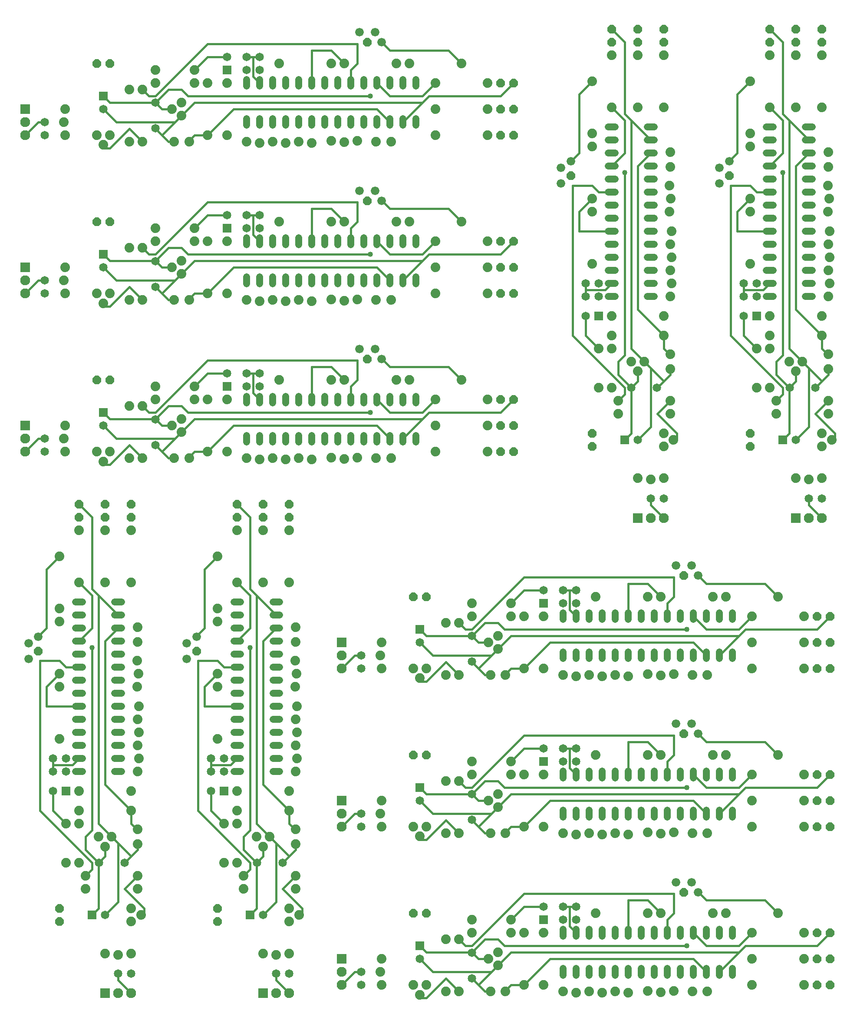
<source format=gbl>
G75*
G70*
%OFA0B0*%
%FSLAX25Y25*%
%IPPOS*%
%LPD*%
%AMOC8*
5,1,8,0,0,1.08239X$1,22.5*
%
%ADD163C,0.07400*%
%ADD194R,0.06500X0.06500*%
%ADD252C,0.07600*%
%ADD273C,0.01600*%
%ADD28OC8,0.06600*%
%ADD355R,0.07600X0.07600*%
%ADD45C,0.06600*%
%ADD566C,0.04000*%
%ADD639C,0.05200*%
%ADD75C,0.06500*%
X0020000Y0020000D02*
G75*
%LPD*%
D639*
X0107560Y0203750D02*
X0102360Y0203750D01*
X0102360Y0213750D02*
X0107560Y0213750D01*
X0107560Y0223750D02*
X0102360Y0223750D01*
X0102360Y0233750D02*
X0107560Y0233750D01*
X0107560Y0243750D02*
X0102360Y0243750D01*
X0102360Y0253750D02*
X0107560Y0253750D01*
X0107560Y0263750D02*
X0102360Y0263750D01*
X0102360Y0273750D02*
X0107560Y0273750D01*
X0107560Y0283750D02*
X0102360Y0283750D01*
X0102360Y0293750D02*
X0107560Y0293750D01*
X0107560Y0303750D02*
X0102360Y0303750D01*
X0102360Y0313750D02*
X0107560Y0313750D01*
X0107560Y0323750D02*
X0102360Y0323750D01*
X0102360Y0333750D02*
X0107560Y0333750D01*
X0077560Y0333750D02*
X0072360Y0333750D01*
X0072360Y0323750D02*
X0077560Y0323750D01*
X0077560Y0313750D02*
X0072360Y0313750D01*
X0072360Y0303750D02*
X0077560Y0303750D01*
X0077560Y0293750D02*
X0072360Y0293750D01*
X0072360Y0283750D02*
X0077560Y0283750D01*
X0077560Y0273750D02*
X0072360Y0273750D01*
X0072360Y0263750D02*
X0077560Y0263750D01*
X0077560Y0253750D02*
X0072360Y0253750D01*
X0072360Y0243750D02*
X0077560Y0243750D01*
X0077560Y0233750D02*
X0072360Y0233750D01*
X0072360Y0223750D02*
X0077560Y0223750D01*
X0077560Y0213750D02*
X0072360Y0213750D01*
X0072360Y0203750D02*
X0077560Y0203750D01*
D163*
X0074960Y0188750D03*
X0074960Y0173750D03*
X0074960Y0163750D03*
X0064960Y0163750D03*
X0064960Y0133750D03*
X0074960Y0133750D03*
X0079960Y0123750D03*
X0079960Y0113750D03*
X0089960Y0153750D03*
X0094960Y0146250D03*
X0099960Y0153750D03*
X0114960Y0173750D03*
X0114960Y0188750D03*
X0119960Y0203750D03*
X0120960Y0213750D03*
X0119960Y0223750D03*
X0120960Y0233750D03*
X0119960Y0243750D03*
X0120960Y0253750D03*
X0119460Y0268750D03*
X0120460Y0278750D03*
X0119460Y0288750D03*
X0119960Y0303050D03*
X0119960Y0314450D03*
X0114960Y0348750D03*
X0114960Y0388750D03*
X0094960Y0388750D03*
X0094960Y0348750D03*
X0074960Y0348750D03*
X0074960Y0388750D03*
X0059960Y0368750D03*
X0059960Y0328750D03*
X0059960Y0318750D03*
X0059960Y0278750D03*
X0059960Y0268750D03*
X0059960Y0228750D03*
X0094960Y0064250D03*
X0104960Y0063250D03*
X0114960Y0064250D03*
X0114960Y0088750D03*
X0114960Y0098750D03*
X0119960Y0113750D03*
X0119960Y0123750D03*
X0119960Y0148050D03*
X0119960Y0159450D03*
X0122460Y0093750D03*
D75*
X0109810Y0133750D03*
X0094960Y0093750D03*
X0090120Y0133750D03*
X0104960Y0048750D03*
X0114960Y0048750D03*
X0064960Y0203750D03*
X0064960Y0213750D03*
X0054960Y0213750D03*
X0054960Y0203750D03*
X0054960Y0188750D03*
D194*
X0064960Y0188750D03*
X0084960Y0093750D03*
D355*
X0094960Y0033750D03*
D252*
X0114960Y0033750D03*
X0104960Y0033750D03*
D28*
X0059960Y0088750D03*
X0059960Y0098750D03*
X0043780Y0296250D03*
X0074960Y0398750D03*
X0074960Y0408750D03*
X0094960Y0408750D03*
X0094960Y0398750D03*
X0114960Y0398750D03*
X0114960Y0408750D03*
D45*
X0043780Y0307250D03*
X0036150Y0302250D03*
X0036150Y0290250D03*
D273*
X0043780Y0307250D02*
X0044960Y0308750D01*
X0049960Y0313750D01*
X0049960Y0358750D01*
X0059960Y0368750D01*
X0074960Y0348750D02*
X0084960Y0338750D01*
X0084960Y0313750D01*
X0074960Y0303750D01*
X0074960Y0283750D02*
X0064960Y0283750D01*
X0059960Y0288750D01*
X0044960Y0288750D01*
X0044960Y0173750D01*
X0084960Y0133750D01*
X0084960Y0128750D01*
X0079960Y0123750D01*
X0089960Y0133750D02*
X0079960Y0143750D01*
X0079960Y0153750D01*
X0084960Y0158750D01*
X0084960Y0298750D01*
X0094960Y0303750D02*
X0094960Y0193750D01*
X0114960Y0173750D01*
X0114960Y0163750D01*
X0119960Y0158750D01*
X0119960Y0159450D01*
X0119960Y0148750D02*
X0119960Y0148050D01*
X0119960Y0143750D01*
X0114960Y0138750D01*
X0104960Y0148750D01*
X0104960Y0103750D01*
X0094960Y0093750D01*
X0089960Y0098750D02*
X0089960Y0133750D01*
X0090120Y0133750D01*
X0089960Y0133750D02*
X0094960Y0138750D01*
X0094960Y0146250D01*
X0099960Y0153750D02*
X0089960Y0163750D01*
X0089960Y0338750D01*
X0104960Y0323750D01*
X0104960Y0313750D02*
X0094960Y0303750D01*
X0089960Y0338750D02*
X0084960Y0343750D01*
X0084960Y0398750D01*
X0074960Y0408750D01*
X0059960Y0278750D02*
X0049960Y0268750D01*
X0049960Y0253750D01*
X0074960Y0253750D01*
X0074960Y0213750D02*
X0069960Y0208750D01*
X0054960Y0208750D01*
X0054960Y0213750D01*
X0054960Y0208750D02*
X0054960Y0203750D01*
X0054960Y0188750D02*
X0054960Y0173750D01*
X0064960Y0163750D01*
X0089960Y0098750D02*
X0084960Y0093750D01*
X0104960Y0148750D02*
X0099960Y0153750D01*
X0114960Y0138750D02*
X0109960Y0133750D01*
X0109810Y0133750D01*
X0119960Y0123750D02*
X0109960Y0113750D01*
X0124960Y0098750D01*
X0124960Y0093750D01*
X0122460Y0093750D01*
X0104960Y0048750D02*
X0104960Y0043750D01*
X0114960Y0033750D01*
D566*
X0084960Y0298750D03*
X0020000Y0428950D02*
G75*
%LPD*%
D639*
X0203750Y0456350D02*
X0203750Y0461550D01*
X0213750Y0461550D02*
X0213750Y0456350D01*
X0223750Y0456350D02*
X0223750Y0461550D01*
X0233750Y0461550D02*
X0233750Y0456350D01*
X0243750Y0456350D02*
X0243750Y0461550D01*
X0253750Y0461550D02*
X0253750Y0456350D01*
X0263750Y0456350D02*
X0263750Y0461550D01*
X0273750Y0461550D02*
X0273750Y0456350D01*
X0283750Y0456350D02*
X0283750Y0461550D01*
X0293750Y0461550D02*
X0293750Y0456350D01*
X0303750Y0456350D02*
X0303750Y0461550D01*
X0313750Y0461550D02*
X0313750Y0456350D01*
X0323750Y0456350D02*
X0323750Y0461550D01*
X0333750Y0461550D02*
X0333750Y0456350D01*
X0333750Y0486350D02*
X0333750Y0491550D01*
X0323750Y0491550D02*
X0323750Y0486350D01*
X0313750Y0486350D02*
X0313750Y0491550D01*
X0303750Y0491550D02*
X0303750Y0486350D01*
X0293750Y0486350D02*
X0293750Y0491550D01*
X0283750Y0491550D02*
X0283750Y0486350D01*
X0273750Y0486350D02*
X0273750Y0491550D01*
X0263750Y0491550D02*
X0263750Y0486350D01*
X0253750Y0486350D02*
X0253750Y0491550D01*
X0243750Y0491550D02*
X0243750Y0486350D01*
X0233750Y0486350D02*
X0233750Y0491550D01*
X0223750Y0491550D02*
X0223750Y0486350D01*
X0213750Y0486350D02*
X0213750Y0491550D01*
X0203750Y0491550D02*
X0203750Y0486350D01*
D163*
X0188750Y0488950D03*
X0173750Y0488950D03*
X0163750Y0488950D03*
X0163750Y0498950D03*
X0133750Y0498950D03*
X0133750Y0488950D03*
X0123750Y0483950D03*
X0113750Y0483950D03*
X0153750Y0473950D03*
X0146250Y0468950D03*
X0153750Y0463950D03*
X0173750Y0448950D03*
X0188750Y0448950D03*
X0203750Y0443950D03*
X0213750Y0442950D03*
X0223750Y0443950D03*
X0233750Y0442950D03*
X0243750Y0443950D03*
X0253750Y0442950D03*
X0268750Y0444450D03*
X0278750Y0443450D03*
X0288750Y0444450D03*
X0303050Y0443950D03*
X0314450Y0443950D03*
X0348750Y0448950D03*
X0388750Y0448950D03*
X0388750Y0468950D03*
X0348750Y0468950D03*
X0348750Y0488950D03*
X0388750Y0488950D03*
X0368750Y0503950D03*
X0328750Y0503950D03*
X0318750Y0503950D03*
X0278750Y0503950D03*
X0268750Y0503950D03*
X0228750Y0503950D03*
X0064250Y0468950D03*
X0063250Y0458950D03*
X0064250Y0448950D03*
X0088750Y0448950D03*
X0098750Y0448950D03*
X0113750Y0443950D03*
X0123750Y0443950D03*
X0148050Y0443950D03*
X0159450Y0443950D03*
X0093750Y0441450D03*
D75*
X0133750Y0454100D03*
X0093750Y0468950D03*
X0133750Y0473790D03*
X0048750Y0458950D03*
X0048750Y0448950D03*
X0203750Y0498950D03*
X0213750Y0498950D03*
X0213750Y0508950D03*
X0203750Y0508950D03*
X0188750Y0508950D03*
D194*
X0188750Y0498950D03*
X0093750Y0478950D03*
D355*
X0033750Y0468950D03*
D252*
X0033750Y0448950D03*
X0033750Y0458950D03*
D28*
X0088750Y0503950D03*
X0098750Y0503950D03*
X0296250Y0520130D03*
X0398750Y0488950D03*
X0408750Y0488950D03*
X0408750Y0468950D03*
X0398750Y0468950D03*
X0398750Y0448950D03*
X0408750Y0448950D03*
D45*
X0307250Y0520130D03*
X0302250Y0527760D03*
X0290250Y0527760D03*
D273*
X0307250Y0520130D02*
X0308750Y0518950D01*
X0313750Y0513950D01*
X0358750Y0513950D01*
X0368750Y0503950D01*
X0348750Y0488950D02*
X0338750Y0478950D01*
X0313750Y0478950D01*
X0303750Y0488950D01*
X0283750Y0488950D02*
X0283750Y0498950D01*
X0288750Y0503950D01*
X0288750Y0518950D01*
X0173750Y0518950D01*
X0133750Y0478950D01*
X0128750Y0478950D01*
X0123750Y0483950D01*
X0133750Y0473950D02*
X0143750Y0483950D01*
X0153750Y0483950D01*
X0158750Y0478950D01*
X0298750Y0478950D01*
X0303750Y0468950D02*
X0193750Y0468950D01*
X0173750Y0448950D01*
X0163750Y0448950D01*
X0158750Y0443950D01*
X0159450Y0443950D01*
X0148750Y0443950D02*
X0148050Y0443950D01*
X0143750Y0443950D01*
X0138750Y0448950D01*
X0148750Y0458950D01*
X0103750Y0458950D01*
X0093750Y0468950D01*
X0098750Y0473950D02*
X0133750Y0473950D01*
X0133750Y0473790D01*
X0133750Y0473950D02*
X0138750Y0468950D01*
X0146250Y0468950D01*
X0153750Y0463950D02*
X0163750Y0473950D01*
X0338750Y0473950D01*
X0323750Y0458950D01*
X0313750Y0458950D02*
X0303750Y0468950D01*
X0338750Y0473950D02*
X0343750Y0478950D01*
X0398750Y0478950D01*
X0408750Y0488950D01*
X0278750Y0503950D02*
X0268750Y0513950D01*
X0253750Y0513950D01*
X0253750Y0488950D01*
X0213750Y0488950D02*
X0208750Y0493950D01*
X0208750Y0508950D01*
X0213750Y0508950D01*
X0208750Y0508950D02*
X0203750Y0508950D01*
X0188750Y0508950D02*
X0173750Y0508950D01*
X0163750Y0498950D01*
X0098750Y0473950D02*
X0093750Y0478950D01*
X0148750Y0458950D02*
X0153750Y0463950D01*
X0138750Y0448950D02*
X0133750Y0453950D01*
X0133750Y0454100D01*
X0123750Y0443950D02*
X0113750Y0453950D01*
X0098750Y0438950D01*
X0093750Y0438950D01*
X0093750Y0441450D01*
X0048750Y0458950D02*
X0043750Y0458950D01*
X0033750Y0448950D01*
D566*
X0298750Y0478950D03*
X0141460Y0020000D02*
G75*
%LPD*%
D639*
X0229020Y0203750D02*
X0223820Y0203750D01*
X0223820Y0213750D02*
X0229020Y0213750D01*
X0229020Y0223750D02*
X0223820Y0223750D01*
X0223820Y0233750D02*
X0229020Y0233750D01*
X0229020Y0243750D02*
X0223820Y0243750D01*
X0223820Y0253750D02*
X0229020Y0253750D01*
X0229020Y0263750D02*
X0223820Y0263750D01*
X0223820Y0273750D02*
X0229020Y0273750D01*
X0229020Y0283750D02*
X0223820Y0283750D01*
X0223820Y0293750D02*
X0229020Y0293750D01*
X0229020Y0303750D02*
X0223820Y0303750D01*
X0223820Y0313750D02*
X0229020Y0313750D01*
X0229020Y0323750D02*
X0223820Y0323750D01*
X0223820Y0333750D02*
X0229020Y0333750D01*
X0199020Y0333750D02*
X0193820Y0333750D01*
X0193820Y0323750D02*
X0199020Y0323750D01*
X0199020Y0313750D02*
X0193820Y0313750D01*
X0193820Y0303750D02*
X0199020Y0303750D01*
X0199020Y0293750D02*
X0193820Y0293750D01*
X0193820Y0283750D02*
X0199020Y0283750D01*
X0199020Y0273750D02*
X0193820Y0273750D01*
X0193820Y0263750D02*
X0199020Y0263750D01*
X0199020Y0253750D02*
X0193820Y0253750D01*
X0193820Y0243750D02*
X0199020Y0243750D01*
X0199020Y0233750D02*
X0193820Y0233750D01*
X0193820Y0223750D02*
X0199020Y0223750D01*
X0199020Y0213750D02*
X0193820Y0213750D01*
X0193820Y0203750D02*
X0199020Y0203750D01*
D163*
X0196420Y0188750D03*
X0196420Y0173750D03*
X0196420Y0163750D03*
X0186420Y0163750D03*
X0186420Y0133750D03*
X0196420Y0133750D03*
X0201420Y0123750D03*
X0201420Y0113750D03*
X0211420Y0153750D03*
X0216420Y0146250D03*
X0221420Y0153750D03*
X0236420Y0173750D03*
X0236420Y0188750D03*
X0241420Y0203750D03*
X0242420Y0213750D03*
X0241420Y0223750D03*
X0242420Y0233750D03*
X0241420Y0243750D03*
X0242420Y0253750D03*
X0240920Y0268750D03*
X0241920Y0278750D03*
X0240920Y0288750D03*
X0241420Y0303050D03*
X0241420Y0314450D03*
X0236420Y0348750D03*
X0236420Y0388750D03*
X0216420Y0388750D03*
X0216420Y0348750D03*
X0196420Y0348750D03*
X0196420Y0388750D03*
X0181420Y0368750D03*
X0181420Y0328750D03*
X0181420Y0318750D03*
X0181420Y0278750D03*
X0181420Y0268750D03*
X0181420Y0228750D03*
X0216420Y0064250D03*
X0226420Y0063250D03*
X0236420Y0064250D03*
X0236420Y0088750D03*
X0236420Y0098750D03*
X0241420Y0113750D03*
X0241420Y0123750D03*
X0241420Y0148050D03*
X0241420Y0159450D03*
X0243920Y0093750D03*
D75*
X0231270Y0133750D03*
X0216420Y0093750D03*
X0211580Y0133750D03*
X0226420Y0048750D03*
X0236420Y0048750D03*
X0186420Y0203750D03*
X0186420Y0213750D03*
X0176420Y0213750D03*
X0176420Y0203750D03*
X0176420Y0188750D03*
D194*
X0186420Y0188750D03*
X0206420Y0093750D03*
D355*
X0216420Y0033750D03*
D252*
X0236420Y0033750D03*
X0226420Y0033750D03*
D28*
X0181420Y0088750D03*
X0181420Y0098750D03*
X0165240Y0296250D03*
X0196420Y0398750D03*
X0196420Y0408750D03*
X0216420Y0408750D03*
X0216420Y0398750D03*
X0236420Y0398750D03*
X0236420Y0408750D03*
D45*
X0165240Y0307250D03*
X0157610Y0302250D03*
X0157610Y0290250D03*
D273*
X0165240Y0307250D02*
X0166420Y0308750D01*
X0171420Y0313750D01*
X0171420Y0358750D01*
X0181420Y0368750D01*
X0196420Y0348750D02*
X0206420Y0338750D01*
X0206420Y0313750D01*
X0196420Y0303750D01*
X0196420Y0283750D02*
X0186420Y0283750D01*
X0181420Y0288750D01*
X0166420Y0288750D01*
X0166420Y0173750D01*
X0206420Y0133750D01*
X0206420Y0128750D01*
X0201420Y0123750D01*
X0211420Y0133750D02*
X0201420Y0143750D01*
X0201420Y0153750D01*
X0206420Y0158750D01*
X0206420Y0298750D01*
X0216420Y0303750D02*
X0216420Y0193750D01*
X0236420Y0173750D01*
X0236420Y0163750D01*
X0241420Y0158750D01*
X0241420Y0159450D01*
X0241420Y0148750D02*
X0241420Y0148050D01*
X0241420Y0143750D01*
X0236420Y0138750D01*
X0226420Y0148750D01*
X0226420Y0103750D01*
X0216420Y0093750D01*
X0211420Y0098750D02*
X0211420Y0133750D01*
X0211580Y0133750D01*
X0211420Y0133750D02*
X0216420Y0138750D01*
X0216420Y0146250D01*
X0221420Y0153750D02*
X0211420Y0163750D01*
X0211420Y0338750D01*
X0226420Y0323750D01*
X0226420Y0313750D02*
X0216420Y0303750D01*
X0211420Y0338750D02*
X0206420Y0343750D01*
X0206420Y0398750D01*
X0196420Y0408750D01*
X0181420Y0278750D02*
X0171420Y0268750D01*
X0171420Y0253750D01*
X0196420Y0253750D01*
X0196420Y0213750D02*
X0191420Y0208750D01*
X0176420Y0208750D01*
X0176420Y0213750D01*
X0176420Y0208750D02*
X0176420Y0203750D01*
X0176420Y0188750D02*
X0176420Y0173750D01*
X0186420Y0163750D01*
X0211420Y0098750D02*
X0206420Y0093750D01*
X0226420Y0148750D02*
X0221420Y0153750D01*
X0236420Y0138750D02*
X0231420Y0133750D01*
X0231270Y0133750D01*
X0241420Y0123750D02*
X0231420Y0113750D01*
X0246420Y0098750D01*
X0246420Y0093750D01*
X0243920Y0093750D01*
X0226420Y0048750D02*
X0226420Y0043750D01*
X0236420Y0033750D01*
D566*
X0206420Y0298750D03*
X0020000Y0550410D02*
G75*
%LPD*%
D639*
X0203750Y0577810D02*
X0203750Y0583010D01*
X0213750Y0583010D02*
X0213750Y0577810D01*
X0223750Y0577810D02*
X0223750Y0583010D01*
X0233750Y0583010D02*
X0233750Y0577810D01*
X0243750Y0577810D02*
X0243750Y0583010D01*
X0253750Y0583010D02*
X0253750Y0577810D01*
X0263750Y0577810D02*
X0263750Y0583010D01*
X0273750Y0583010D02*
X0273750Y0577810D01*
X0283750Y0577810D02*
X0283750Y0583010D01*
X0293750Y0583010D02*
X0293750Y0577810D01*
X0303750Y0577810D02*
X0303750Y0583010D01*
X0313750Y0583010D02*
X0313750Y0577810D01*
X0323750Y0577810D02*
X0323750Y0583010D01*
X0333750Y0583010D02*
X0333750Y0577810D01*
X0333750Y0607810D02*
X0333750Y0613010D01*
X0323750Y0613010D02*
X0323750Y0607810D01*
X0313750Y0607810D02*
X0313750Y0613010D01*
X0303750Y0613010D02*
X0303750Y0607810D01*
X0293750Y0607810D02*
X0293750Y0613010D01*
X0283750Y0613010D02*
X0283750Y0607810D01*
X0273750Y0607810D02*
X0273750Y0613010D01*
X0263750Y0613010D02*
X0263750Y0607810D01*
X0253750Y0607810D02*
X0253750Y0613010D01*
X0243750Y0613010D02*
X0243750Y0607810D01*
X0233750Y0607810D02*
X0233750Y0613010D01*
X0223750Y0613010D02*
X0223750Y0607810D01*
X0213750Y0607810D02*
X0213750Y0613010D01*
X0203750Y0613010D02*
X0203750Y0607810D01*
D163*
X0188750Y0610410D03*
X0173750Y0610410D03*
X0163750Y0610410D03*
X0163750Y0620410D03*
X0133750Y0620410D03*
X0133750Y0610410D03*
X0123750Y0605410D03*
X0113750Y0605410D03*
X0153750Y0595410D03*
X0146250Y0590410D03*
X0153750Y0585410D03*
X0173750Y0570410D03*
X0188750Y0570410D03*
X0203750Y0565410D03*
X0213750Y0564410D03*
X0223750Y0565410D03*
X0233750Y0564410D03*
X0243750Y0565410D03*
X0253750Y0564410D03*
X0268750Y0565910D03*
X0278750Y0564910D03*
X0288750Y0565910D03*
X0303050Y0565410D03*
X0314450Y0565410D03*
X0348750Y0570410D03*
X0388750Y0570410D03*
X0388750Y0590410D03*
X0348750Y0590410D03*
X0348750Y0610410D03*
X0388750Y0610410D03*
X0368750Y0625410D03*
X0328750Y0625410D03*
X0318750Y0625410D03*
X0278750Y0625410D03*
X0268750Y0625410D03*
X0228750Y0625410D03*
X0064250Y0590410D03*
X0063250Y0580410D03*
X0064250Y0570410D03*
X0088750Y0570410D03*
X0098750Y0570410D03*
X0113750Y0565410D03*
X0123750Y0565410D03*
X0148050Y0565410D03*
X0159450Y0565410D03*
X0093750Y0562910D03*
D75*
X0133750Y0575560D03*
X0093750Y0590410D03*
X0133750Y0595250D03*
X0048750Y0580410D03*
X0048750Y0570410D03*
X0203750Y0620410D03*
X0213750Y0620410D03*
X0213750Y0630410D03*
X0203750Y0630410D03*
X0188750Y0630410D03*
D194*
X0188750Y0620410D03*
X0093750Y0600410D03*
D355*
X0033750Y0590410D03*
D252*
X0033750Y0570410D03*
X0033750Y0580410D03*
D28*
X0088750Y0625410D03*
X0098750Y0625410D03*
X0296250Y0641590D03*
X0398750Y0610410D03*
X0408750Y0610410D03*
X0408750Y0590410D03*
X0398750Y0590410D03*
X0398750Y0570410D03*
X0408750Y0570410D03*
D45*
X0307250Y0641590D03*
X0302250Y0649220D03*
X0290250Y0649220D03*
D273*
X0307250Y0641590D02*
X0308750Y0640410D01*
X0313750Y0635410D01*
X0358750Y0635410D01*
X0368750Y0625410D01*
X0348750Y0610410D02*
X0338750Y0600410D01*
X0313750Y0600410D01*
X0303750Y0610410D01*
X0283750Y0610410D02*
X0283750Y0620410D01*
X0288750Y0625410D01*
X0288750Y0640410D01*
X0173750Y0640410D01*
X0133750Y0600410D01*
X0128750Y0600410D01*
X0123750Y0605410D01*
X0133750Y0595410D02*
X0143750Y0605410D01*
X0153750Y0605410D01*
X0158750Y0600410D01*
X0298750Y0600410D01*
X0303750Y0590410D02*
X0193750Y0590410D01*
X0173750Y0570410D01*
X0163750Y0570410D01*
X0158750Y0565410D01*
X0159450Y0565410D01*
X0148750Y0565410D02*
X0148050Y0565410D01*
X0143750Y0565410D01*
X0138750Y0570410D01*
X0148750Y0580410D01*
X0103750Y0580410D01*
X0093750Y0590410D01*
X0098750Y0595410D02*
X0133750Y0595410D01*
X0133750Y0595250D01*
X0133750Y0595410D02*
X0138750Y0590410D01*
X0146250Y0590410D01*
X0153750Y0585410D02*
X0163750Y0595410D01*
X0338750Y0595410D01*
X0323750Y0580410D01*
X0313750Y0580410D02*
X0303750Y0590410D01*
X0338750Y0595410D02*
X0343750Y0600410D01*
X0398750Y0600410D01*
X0408750Y0610410D01*
X0278750Y0625410D02*
X0268750Y0635410D01*
X0253750Y0635410D01*
X0253750Y0610410D01*
X0213750Y0610410D02*
X0208750Y0615410D01*
X0208750Y0630410D01*
X0213750Y0630410D01*
X0208750Y0630410D02*
X0203750Y0630410D01*
X0188750Y0630410D02*
X0173750Y0630410D01*
X0163750Y0620410D01*
X0098750Y0595410D02*
X0093750Y0600410D01*
X0148750Y0580410D02*
X0153750Y0585410D01*
X0138750Y0570410D02*
X0133750Y0575410D01*
X0133750Y0575560D01*
X0123750Y0565410D02*
X0113750Y0575410D01*
X0098750Y0560410D01*
X0093750Y0560410D01*
X0093750Y0562910D01*
X0048750Y0580410D02*
X0043750Y0580410D01*
X0033750Y0570410D01*
D566*
X0298750Y0600410D03*
X0262920Y0020000D02*
G75*
%LPD*%
D639*
X0446670Y0047400D02*
X0446670Y0052600D01*
X0456670Y0052600D02*
X0456670Y0047400D01*
X0466670Y0047400D02*
X0466670Y0052600D01*
X0476670Y0052600D02*
X0476670Y0047400D01*
X0486670Y0047400D02*
X0486670Y0052600D01*
X0496670Y0052600D02*
X0496670Y0047400D01*
X0506670Y0047400D02*
X0506670Y0052600D01*
X0516670Y0052600D02*
X0516670Y0047400D01*
X0526670Y0047400D02*
X0526670Y0052600D01*
X0536670Y0052600D02*
X0536670Y0047400D01*
X0546670Y0047400D02*
X0546670Y0052600D01*
X0556670Y0052600D02*
X0556670Y0047400D01*
X0566670Y0047400D02*
X0566670Y0052600D01*
X0576670Y0052600D02*
X0576670Y0047400D01*
X0576670Y0077400D02*
X0576670Y0082600D01*
X0566670Y0082600D02*
X0566670Y0077400D01*
X0556670Y0077400D02*
X0556670Y0082600D01*
X0546670Y0082600D02*
X0546670Y0077400D01*
X0536670Y0077400D02*
X0536670Y0082600D01*
X0526670Y0082600D02*
X0526670Y0077400D01*
X0516670Y0077400D02*
X0516670Y0082600D01*
X0506670Y0082600D02*
X0506670Y0077400D01*
X0496670Y0077400D02*
X0496670Y0082600D01*
X0486670Y0082600D02*
X0486670Y0077400D01*
X0476670Y0077400D02*
X0476670Y0082600D01*
X0466670Y0082600D02*
X0466670Y0077400D01*
X0456670Y0077400D02*
X0456670Y0082600D01*
X0446670Y0082600D02*
X0446670Y0077400D01*
D163*
X0431670Y0080000D03*
X0416670Y0080000D03*
X0406670Y0080000D03*
X0406670Y0090000D03*
X0376670Y0090000D03*
X0376670Y0080000D03*
X0366670Y0075000D03*
X0356670Y0075000D03*
X0396670Y0065000D03*
X0389170Y0060000D03*
X0396670Y0055000D03*
X0416670Y0040000D03*
X0431670Y0040000D03*
X0446670Y0035000D03*
X0456670Y0034000D03*
X0466670Y0035000D03*
X0476670Y0034000D03*
X0486670Y0035000D03*
X0496670Y0034000D03*
X0511670Y0035500D03*
X0521670Y0034500D03*
X0531670Y0035500D03*
X0545970Y0035000D03*
X0557370Y0035000D03*
X0591670Y0040000D03*
X0631670Y0040000D03*
X0631670Y0060000D03*
X0591670Y0060000D03*
X0591670Y0080000D03*
X0631670Y0080000D03*
X0611670Y0095000D03*
X0571670Y0095000D03*
X0561670Y0095000D03*
X0521670Y0095000D03*
X0511670Y0095000D03*
X0471670Y0095000D03*
X0307170Y0060000D03*
X0306170Y0050000D03*
X0307170Y0040000D03*
X0331670Y0040000D03*
X0341670Y0040000D03*
X0356670Y0035000D03*
X0366670Y0035000D03*
X0390970Y0035000D03*
X0402370Y0035000D03*
X0336670Y0032500D03*
D75*
X0376670Y0045150D03*
X0336670Y0060000D03*
X0376670Y0064840D03*
X0291670Y0050000D03*
X0291670Y0040000D03*
X0446670Y0090000D03*
X0456670Y0090000D03*
X0456670Y0100000D03*
X0446670Y0100000D03*
X0431670Y0100000D03*
D194*
X0431670Y0090000D03*
X0336670Y0070000D03*
D355*
X0276670Y0060000D03*
D252*
X0276670Y0040000D03*
X0276670Y0050000D03*
D28*
X0331670Y0095000D03*
X0341670Y0095000D03*
X0539170Y0111180D03*
X0641670Y0080000D03*
X0651670Y0080000D03*
X0651670Y0060000D03*
X0641670Y0060000D03*
X0641670Y0040000D03*
X0651670Y0040000D03*
D45*
X0550170Y0111180D03*
X0545170Y0118810D03*
X0533170Y0118810D03*
D273*
X0550170Y0111180D02*
X0551670Y0110000D01*
X0556670Y0105000D01*
X0601670Y0105000D01*
X0611670Y0095000D01*
X0591670Y0080000D02*
X0581670Y0070000D01*
X0556670Y0070000D01*
X0546670Y0080000D01*
X0526670Y0080000D02*
X0526670Y0090000D01*
X0531670Y0095000D01*
X0531670Y0110000D01*
X0416670Y0110000D01*
X0376670Y0070000D01*
X0371670Y0070000D01*
X0366670Y0075000D01*
X0376670Y0065000D02*
X0386670Y0075000D01*
X0396670Y0075000D01*
X0401670Y0070000D01*
X0541670Y0070000D01*
X0546670Y0060000D02*
X0436670Y0060000D01*
X0416670Y0040000D01*
X0406670Y0040000D01*
X0401670Y0035000D01*
X0402370Y0035000D01*
X0391670Y0035000D02*
X0390970Y0035000D01*
X0386670Y0035000D01*
X0381670Y0040000D01*
X0391670Y0050000D01*
X0346670Y0050000D01*
X0336670Y0060000D01*
X0341670Y0065000D02*
X0376670Y0065000D01*
X0376670Y0064840D01*
X0376670Y0065000D02*
X0381670Y0060000D01*
X0389170Y0060000D01*
X0396670Y0055000D02*
X0406670Y0065000D01*
X0581670Y0065000D01*
X0566670Y0050000D01*
X0556670Y0050000D02*
X0546670Y0060000D01*
X0581670Y0065000D02*
X0586670Y0070000D01*
X0641670Y0070000D01*
X0651670Y0080000D01*
X0521670Y0095000D02*
X0511670Y0105000D01*
X0496670Y0105000D01*
X0496670Y0080000D01*
X0456670Y0080000D02*
X0451670Y0085000D01*
X0451670Y0100000D01*
X0456670Y0100000D01*
X0451670Y0100000D02*
X0446670Y0100000D01*
X0431670Y0100000D02*
X0416670Y0100000D01*
X0406670Y0090000D01*
X0341670Y0065000D02*
X0336670Y0070000D01*
X0391670Y0050000D02*
X0396670Y0055000D01*
X0381670Y0040000D02*
X0376670Y0045000D01*
X0376670Y0045150D01*
X0366670Y0035000D02*
X0356670Y0045000D01*
X0341670Y0030000D01*
X0336670Y0030000D01*
X0336670Y0032500D01*
X0291670Y0050000D02*
X0286670Y0050000D01*
X0276670Y0040000D01*
D566*
X0541670Y0070000D03*
X0262920Y0141460D02*
G75*
%LPD*%
D639*
X0446670Y0168860D02*
X0446670Y0174060D01*
X0456670Y0174060D02*
X0456670Y0168860D01*
X0466670Y0168860D02*
X0466670Y0174060D01*
X0476670Y0174060D02*
X0476670Y0168860D01*
X0486670Y0168860D02*
X0486670Y0174060D01*
X0496670Y0174060D02*
X0496670Y0168860D01*
X0506670Y0168860D02*
X0506670Y0174060D01*
X0516670Y0174060D02*
X0516670Y0168860D01*
X0526670Y0168860D02*
X0526670Y0174060D01*
X0536670Y0174060D02*
X0536670Y0168860D01*
X0546670Y0168860D02*
X0546670Y0174060D01*
X0556670Y0174060D02*
X0556670Y0168860D01*
X0566670Y0168860D02*
X0566670Y0174060D01*
X0576670Y0174060D02*
X0576670Y0168860D01*
X0576670Y0198860D02*
X0576670Y0204060D01*
X0566670Y0204060D02*
X0566670Y0198860D01*
X0556670Y0198860D02*
X0556670Y0204060D01*
X0546670Y0204060D02*
X0546670Y0198860D01*
X0536670Y0198860D02*
X0536670Y0204060D01*
X0526670Y0204060D02*
X0526670Y0198860D01*
X0516670Y0198860D02*
X0516670Y0204060D01*
X0506670Y0204060D02*
X0506670Y0198860D01*
X0496670Y0198860D02*
X0496670Y0204060D01*
X0486670Y0204060D02*
X0486670Y0198860D01*
X0476670Y0198860D02*
X0476670Y0204060D01*
X0466670Y0204060D02*
X0466670Y0198860D01*
X0456670Y0198860D02*
X0456670Y0204060D01*
X0446670Y0204060D02*
X0446670Y0198860D01*
D163*
X0431670Y0201460D03*
X0416670Y0201460D03*
X0406670Y0201460D03*
X0406670Y0211460D03*
X0376670Y0211460D03*
X0376670Y0201460D03*
X0366670Y0196460D03*
X0356670Y0196460D03*
X0396670Y0186460D03*
X0389170Y0181460D03*
X0396670Y0176460D03*
X0416670Y0161460D03*
X0431670Y0161460D03*
X0446670Y0156460D03*
X0456670Y0155460D03*
X0466670Y0156460D03*
X0476670Y0155460D03*
X0486670Y0156460D03*
X0496670Y0155460D03*
X0511670Y0156960D03*
X0521670Y0155960D03*
X0531670Y0156960D03*
X0545970Y0156460D03*
X0557370Y0156460D03*
X0591670Y0161460D03*
X0631670Y0161460D03*
X0631670Y0181460D03*
X0591670Y0181460D03*
X0591670Y0201460D03*
X0631670Y0201460D03*
X0611670Y0216460D03*
X0571670Y0216460D03*
X0561670Y0216460D03*
X0521670Y0216460D03*
X0511670Y0216460D03*
X0471670Y0216460D03*
X0307170Y0181460D03*
X0306170Y0171460D03*
X0307170Y0161460D03*
X0331670Y0161460D03*
X0341670Y0161460D03*
X0356670Y0156460D03*
X0366670Y0156460D03*
X0390970Y0156460D03*
X0402370Y0156460D03*
X0336670Y0153960D03*
D75*
X0376670Y0166610D03*
X0336670Y0181460D03*
X0376670Y0186300D03*
X0291670Y0171460D03*
X0291670Y0161460D03*
X0446670Y0211460D03*
X0456670Y0211460D03*
X0456670Y0221460D03*
X0446670Y0221460D03*
X0431670Y0221460D03*
D194*
X0431670Y0211460D03*
X0336670Y0191460D03*
D355*
X0276670Y0181460D03*
D252*
X0276670Y0161460D03*
X0276670Y0171460D03*
D28*
X0331670Y0216460D03*
X0341670Y0216460D03*
X0539170Y0232640D03*
X0641670Y0201460D03*
X0651670Y0201460D03*
X0651670Y0181460D03*
X0641670Y0181460D03*
X0641670Y0161460D03*
X0651670Y0161460D03*
D45*
X0550170Y0232640D03*
X0545170Y0240270D03*
X0533170Y0240270D03*
D273*
X0550170Y0232640D02*
X0551670Y0231460D01*
X0556670Y0226460D01*
X0601670Y0226460D01*
X0611670Y0216460D01*
X0591670Y0201460D02*
X0581670Y0191460D01*
X0556670Y0191460D01*
X0546670Y0201460D01*
X0526670Y0201460D02*
X0526670Y0211460D01*
X0531670Y0216460D01*
X0531670Y0231460D01*
X0416670Y0231460D01*
X0376670Y0191460D01*
X0371670Y0191460D01*
X0366670Y0196460D01*
X0376670Y0186460D02*
X0386670Y0196460D01*
X0396670Y0196460D01*
X0401670Y0191460D01*
X0541670Y0191460D01*
X0546670Y0181460D02*
X0436670Y0181460D01*
X0416670Y0161460D01*
X0406670Y0161460D01*
X0401670Y0156460D01*
X0402370Y0156460D01*
X0391670Y0156460D02*
X0390970Y0156460D01*
X0386670Y0156460D01*
X0381670Y0161460D01*
X0391670Y0171460D01*
X0346670Y0171460D01*
X0336670Y0181460D01*
X0341670Y0186460D02*
X0376670Y0186460D01*
X0376670Y0186300D01*
X0376670Y0186460D02*
X0381670Y0181460D01*
X0389170Y0181460D01*
X0396670Y0176460D02*
X0406670Y0186460D01*
X0581670Y0186460D01*
X0566670Y0171460D01*
X0556670Y0171460D02*
X0546670Y0181460D01*
X0581670Y0186460D02*
X0586670Y0191460D01*
X0641670Y0191460D01*
X0651670Y0201460D01*
X0521670Y0216460D02*
X0511670Y0226460D01*
X0496670Y0226460D01*
X0496670Y0201460D01*
X0456670Y0201460D02*
X0451670Y0206460D01*
X0451670Y0221460D01*
X0456670Y0221460D01*
X0451670Y0221460D02*
X0446670Y0221460D01*
X0431670Y0221460D02*
X0416670Y0221460D01*
X0406670Y0211460D01*
X0341670Y0186460D02*
X0336670Y0191460D01*
X0391670Y0171460D02*
X0396670Y0176460D01*
X0381670Y0161460D02*
X0376670Y0166460D01*
X0376670Y0166610D01*
X0366670Y0156460D02*
X0356670Y0166460D01*
X0341670Y0151460D01*
X0336670Y0151460D01*
X0336670Y0153960D01*
X0291670Y0171460D02*
X0286670Y0171460D01*
X0276670Y0161460D01*
D566*
X0541670Y0191460D03*
X0262920Y0262920D02*
G75*
%LPD*%
D639*
X0446670Y0290320D02*
X0446670Y0295520D01*
X0456670Y0295520D02*
X0456670Y0290320D01*
X0466670Y0290320D02*
X0466670Y0295520D01*
X0476670Y0295520D02*
X0476670Y0290320D01*
X0486670Y0290320D02*
X0486670Y0295520D01*
X0496670Y0295520D02*
X0496670Y0290320D01*
X0506670Y0290320D02*
X0506670Y0295520D01*
X0516670Y0295520D02*
X0516670Y0290320D01*
X0526670Y0290320D02*
X0526670Y0295520D01*
X0536670Y0295520D02*
X0536670Y0290320D01*
X0546670Y0290320D02*
X0546670Y0295520D01*
X0556670Y0295520D02*
X0556670Y0290320D01*
X0566670Y0290320D02*
X0566670Y0295520D01*
X0576670Y0295520D02*
X0576670Y0290320D01*
X0576670Y0320320D02*
X0576670Y0325520D01*
X0566670Y0325520D02*
X0566670Y0320320D01*
X0556670Y0320320D02*
X0556670Y0325520D01*
X0546670Y0325520D02*
X0546670Y0320320D01*
X0536670Y0320320D02*
X0536670Y0325520D01*
X0526670Y0325520D02*
X0526670Y0320320D01*
X0516670Y0320320D02*
X0516670Y0325520D01*
X0506670Y0325520D02*
X0506670Y0320320D01*
X0496670Y0320320D02*
X0496670Y0325520D01*
X0486670Y0325520D02*
X0486670Y0320320D01*
X0476670Y0320320D02*
X0476670Y0325520D01*
X0466670Y0325520D02*
X0466670Y0320320D01*
X0456670Y0320320D02*
X0456670Y0325520D01*
X0446670Y0325520D02*
X0446670Y0320320D01*
D163*
X0431670Y0322920D03*
X0416670Y0322920D03*
X0406670Y0322920D03*
X0406670Y0332920D03*
X0376670Y0332920D03*
X0376670Y0322920D03*
X0366670Y0317920D03*
X0356670Y0317920D03*
X0396670Y0307920D03*
X0389170Y0302920D03*
X0396670Y0297920D03*
X0416670Y0282920D03*
X0431670Y0282920D03*
X0446670Y0277920D03*
X0456670Y0276920D03*
X0466670Y0277920D03*
X0476670Y0276920D03*
X0486670Y0277920D03*
X0496670Y0276920D03*
X0511670Y0278420D03*
X0521670Y0277420D03*
X0531670Y0278420D03*
X0545970Y0277920D03*
X0557370Y0277920D03*
X0591670Y0282920D03*
X0631670Y0282920D03*
X0631670Y0302920D03*
X0591670Y0302920D03*
X0591670Y0322920D03*
X0631670Y0322920D03*
X0611670Y0337920D03*
X0571670Y0337920D03*
X0561670Y0337920D03*
X0521670Y0337920D03*
X0511670Y0337920D03*
X0471670Y0337920D03*
X0307170Y0302920D03*
X0306170Y0292920D03*
X0307170Y0282920D03*
X0331670Y0282920D03*
X0341670Y0282920D03*
X0356670Y0277920D03*
X0366670Y0277920D03*
X0390970Y0277920D03*
X0402370Y0277920D03*
X0336670Y0275420D03*
D75*
X0376670Y0288070D03*
X0336670Y0302920D03*
X0376670Y0307760D03*
X0291670Y0292920D03*
X0291670Y0282920D03*
X0446670Y0332920D03*
X0456670Y0332920D03*
X0456670Y0342920D03*
X0446670Y0342920D03*
X0431670Y0342920D03*
D194*
X0431670Y0332920D03*
X0336670Y0312920D03*
D355*
X0276670Y0302920D03*
D252*
X0276670Y0282920D03*
X0276670Y0292920D03*
D28*
X0331670Y0337920D03*
X0341670Y0337920D03*
X0539170Y0354100D03*
X0641670Y0322920D03*
X0651670Y0322920D03*
X0651670Y0302920D03*
X0641670Y0302920D03*
X0641670Y0282920D03*
X0651670Y0282920D03*
D45*
X0550170Y0354100D03*
X0545170Y0361730D03*
X0533170Y0361730D03*
D273*
X0550170Y0354100D02*
X0551670Y0352920D01*
X0556670Y0347920D01*
X0601670Y0347920D01*
X0611670Y0337920D01*
X0591670Y0322920D02*
X0581670Y0312920D01*
X0556670Y0312920D01*
X0546670Y0322920D01*
X0526670Y0322920D02*
X0526670Y0332920D01*
X0531670Y0337920D01*
X0531670Y0352920D01*
X0416670Y0352920D01*
X0376670Y0312920D01*
X0371670Y0312920D01*
X0366670Y0317920D01*
X0376670Y0307920D02*
X0386670Y0317920D01*
X0396670Y0317920D01*
X0401670Y0312920D01*
X0541670Y0312920D01*
X0546670Y0302920D02*
X0436670Y0302920D01*
X0416670Y0282920D01*
X0406670Y0282920D01*
X0401670Y0277920D01*
X0402370Y0277920D01*
X0391670Y0277920D02*
X0390970Y0277920D01*
X0386670Y0277920D01*
X0381670Y0282920D01*
X0391670Y0292920D01*
X0346670Y0292920D01*
X0336670Y0302920D01*
X0341670Y0307920D02*
X0376670Y0307920D01*
X0376670Y0307760D01*
X0376670Y0307920D02*
X0381670Y0302920D01*
X0389170Y0302920D01*
X0396670Y0297920D02*
X0406670Y0307920D01*
X0581670Y0307920D01*
X0566670Y0292920D01*
X0556670Y0292920D02*
X0546670Y0302920D01*
X0581670Y0307920D02*
X0586670Y0312920D01*
X0641670Y0312920D01*
X0651670Y0322920D01*
X0521670Y0337920D02*
X0511670Y0347920D01*
X0496670Y0347920D01*
X0496670Y0322920D01*
X0456670Y0322920D02*
X0451670Y0327920D01*
X0451670Y0342920D01*
X0456670Y0342920D01*
X0451670Y0342920D02*
X0446670Y0342920D01*
X0431670Y0342920D02*
X0416670Y0342920D01*
X0406670Y0332920D01*
X0341670Y0307920D02*
X0336670Y0312920D01*
X0391670Y0292920D02*
X0396670Y0297920D01*
X0381670Y0282920D02*
X0376670Y0287920D01*
X0376670Y0288070D01*
X0366670Y0277920D02*
X0356670Y0287920D01*
X0341670Y0272920D01*
X0336670Y0272920D01*
X0336670Y0275420D01*
X0291670Y0292920D02*
X0286670Y0292920D01*
X0276670Y0282920D01*
D566*
X0541670Y0312920D03*
X0020000Y0671870D02*
G75*
%LPD*%
D639*
X0203750Y0699270D02*
X0203750Y0704470D01*
X0213750Y0704470D02*
X0213750Y0699270D01*
X0223750Y0699270D02*
X0223750Y0704470D01*
X0233750Y0704470D02*
X0233750Y0699270D01*
X0243750Y0699270D02*
X0243750Y0704470D01*
X0253750Y0704470D02*
X0253750Y0699270D01*
X0263750Y0699270D02*
X0263750Y0704470D01*
X0273750Y0704470D02*
X0273750Y0699270D01*
X0283750Y0699270D02*
X0283750Y0704470D01*
X0293750Y0704470D02*
X0293750Y0699270D01*
X0303750Y0699270D02*
X0303750Y0704470D01*
X0313750Y0704470D02*
X0313750Y0699270D01*
X0323750Y0699270D02*
X0323750Y0704470D01*
X0333750Y0704470D02*
X0333750Y0699270D01*
X0333750Y0729270D02*
X0333750Y0734470D01*
X0323750Y0734470D02*
X0323750Y0729270D01*
X0313750Y0729270D02*
X0313750Y0734470D01*
X0303750Y0734470D02*
X0303750Y0729270D01*
X0293750Y0729270D02*
X0293750Y0734470D01*
X0283750Y0734470D02*
X0283750Y0729270D01*
X0273750Y0729270D02*
X0273750Y0734470D01*
X0263750Y0734470D02*
X0263750Y0729270D01*
X0253750Y0729270D02*
X0253750Y0734470D01*
X0243750Y0734470D02*
X0243750Y0729270D01*
X0233750Y0729270D02*
X0233750Y0734470D01*
X0223750Y0734470D02*
X0223750Y0729270D01*
X0213750Y0729270D02*
X0213750Y0734470D01*
X0203750Y0734470D02*
X0203750Y0729270D01*
D163*
X0188750Y0731870D03*
X0173750Y0731870D03*
X0163750Y0731870D03*
X0163750Y0741870D03*
X0133750Y0741870D03*
X0133750Y0731870D03*
X0123750Y0726870D03*
X0113750Y0726870D03*
X0153750Y0716870D03*
X0146250Y0711870D03*
X0153750Y0706870D03*
X0173750Y0691870D03*
X0188750Y0691870D03*
X0203750Y0686870D03*
X0213750Y0685870D03*
X0223750Y0686870D03*
X0233750Y0685870D03*
X0243750Y0686870D03*
X0253750Y0685870D03*
X0268750Y0687370D03*
X0278750Y0686370D03*
X0288750Y0687370D03*
X0303050Y0686870D03*
X0314450Y0686870D03*
X0348750Y0691870D03*
X0388750Y0691870D03*
X0388750Y0711870D03*
X0348750Y0711870D03*
X0348750Y0731870D03*
X0388750Y0731870D03*
X0368750Y0746870D03*
X0328750Y0746870D03*
X0318750Y0746870D03*
X0278750Y0746870D03*
X0268750Y0746870D03*
X0228750Y0746870D03*
X0064250Y0711870D03*
X0063250Y0701870D03*
X0064250Y0691870D03*
X0088750Y0691870D03*
X0098750Y0691870D03*
X0113750Y0686870D03*
X0123750Y0686870D03*
X0148050Y0686870D03*
X0159450Y0686870D03*
X0093750Y0684370D03*
D75*
X0133750Y0697020D03*
X0093750Y0711870D03*
X0133750Y0716710D03*
X0048750Y0701870D03*
X0048750Y0691870D03*
X0203750Y0741870D03*
X0213750Y0741870D03*
X0213750Y0751870D03*
X0203750Y0751870D03*
X0188750Y0751870D03*
D194*
X0188750Y0741870D03*
X0093750Y0721870D03*
D355*
X0033750Y0711870D03*
D252*
X0033750Y0691870D03*
X0033750Y0701870D03*
D28*
X0088750Y0746870D03*
X0098750Y0746870D03*
X0296250Y0763050D03*
X0398750Y0731870D03*
X0408750Y0731870D03*
X0408750Y0711870D03*
X0398750Y0711870D03*
X0398750Y0691870D03*
X0408750Y0691870D03*
D45*
X0307250Y0763050D03*
X0302250Y0770680D03*
X0290250Y0770680D03*
D273*
X0307250Y0763050D02*
X0308750Y0761870D01*
X0313750Y0756870D01*
X0358750Y0756870D01*
X0368750Y0746870D01*
X0348750Y0731870D02*
X0338750Y0721870D01*
X0313750Y0721870D01*
X0303750Y0731870D01*
X0283750Y0731870D02*
X0283750Y0741870D01*
X0288750Y0746870D01*
X0288750Y0761870D01*
X0173750Y0761870D01*
X0133750Y0721870D01*
X0128750Y0721870D01*
X0123750Y0726870D01*
X0133750Y0716870D02*
X0143750Y0726870D01*
X0153750Y0726870D01*
X0158750Y0721870D01*
X0298750Y0721870D01*
X0303750Y0711870D02*
X0193750Y0711870D01*
X0173750Y0691870D01*
X0163750Y0691870D01*
X0158750Y0686870D01*
X0159450Y0686870D01*
X0148750Y0686870D02*
X0148050Y0686870D01*
X0143750Y0686870D01*
X0138750Y0691870D01*
X0148750Y0701870D01*
X0103750Y0701870D01*
X0093750Y0711870D01*
X0098750Y0716870D02*
X0133750Y0716870D01*
X0133750Y0716710D01*
X0133750Y0716870D02*
X0138750Y0711870D01*
X0146250Y0711870D01*
X0153750Y0706870D02*
X0163750Y0716870D01*
X0338750Y0716870D01*
X0323750Y0701870D01*
X0313750Y0701870D02*
X0303750Y0711870D01*
X0338750Y0716870D02*
X0343750Y0721870D01*
X0398750Y0721870D01*
X0408750Y0731870D01*
X0278750Y0746870D02*
X0268750Y0756870D01*
X0253750Y0756870D01*
X0253750Y0731870D01*
X0213750Y0731870D02*
X0208750Y0736870D01*
X0208750Y0751870D01*
X0213750Y0751870D01*
X0208750Y0751870D02*
X0203750Y0751870D01*
X0188750Y0751870D02*
X0173750Y0751870D01*
X0163750Y0741870D01*
X0098750Y0716870D02*
X0093750Y0721870D01*
X0148750Y0701870D02*
X0153750Y0706870D01*
X0138750Y0691870D02*
X0133750Y0696870D01*
X0133750Y0697020D01*
X0123750Y0686870D02*
X0113750Y0696870D01*
X0098750Y0681870D01*
X0093750Y0681870D01*
X0093750Y0684370D01*
X0048750Y0701870D02*
X0043750Y0701870D01*
X0033750Y0691870D01*
D566*
X0298750Y0721870D03*
X0428950Y0384380D02*
G75*
%LPD*%
D639*
X0516510Y0568130D02*
X0511310Y0568130D01*
X0511310Y0578130D02*
X0516510Y0578130D01*
X0516510Y0588130D02*
X0511310Y0588130D01*
X0511310Y0598130D02*
X0516510Y0598130D01*
X0516510Y0608130D02*
X0511310Y0608130D01*
X0511310Y0618130D02*
X0516510Y0618130D01*
X0516510Y0628130D02*
X0511310Y0628130D01*
X0511310Y0638130D02*
X0516510Y0638130D01*
X0516510Y0648130D02*
X0511310Y0648130D01*
X0511310Y0658130D02*
X0516510Y0658130D01*
X0516510Y0668130D02*
X0511310Y0668130D01*
X0511310Y0678130D02*
X0516510Y0678130D01*
X0516510Y0688130D02*
X0511310Y0688130D01*
X0511310Y0698130D02*
X0516510Y0698130D01*
X0486510Y0698130D02*
X0481310Y0698130D01*
X0481310Y0688130D02*
X0486510Y0688130D01*
X0486510Y0678130D02*
X0481310Y0678130D01*
X0481310Y0668130D02*
X0486510Y0668130D01*
X0486510Y0658130D02*
X0481310Y0658130D01*
X0481310Y0648130D02*
X0486510Y0648130D01*
X0486510Y0638130D02*
X0481310Y0638130D01*
X0481310Y0628130D02*
X0486510Y0628130D01*
X0486510Y0618130D02*
X0481310Y0618130D01*
X0481310Y0608130D02*
X0486510Y0608130D01*
X0486510Y0598130D02*
X0481310Y0598130D01*
X0481310Y0588130D02*
X0486510Y0588130D01*
X0486510Y0578130D02*
X0481310Y0578130D01*
X0481310Y0568130D02*
X0486510Y0568130D01*
D163*
X0483910Y0553130D03*
X0483910Y0538130D03*
X0483910Y0528130D03*
X0473910Y0528130D03*
X0473910Y0498130D03*
X0483910Y0498130D03*
X0488910Y0488130D03*
X0488910Y0478130D03*
X0498910Y0518130D03*
X0503910Y0510630D03*
X0508910Y0518130D03*
X0523910Y0538130D03*
X0523910Y0553130D03*
X0528910Y0568130D03*
X0529910Y0578130D03*
X0528910Y0588130D03*
X0529910Y0598130D03*
X0528910Y0608130D03*
X0529910Y0618130D03*
X0528410Y0633130D03*
X0529410Y0643130D03*
X0528410Y0653130D03*
X0528910Y0667430D03*
X0528910Y0678830D03*
X0523910Y0713130D03*
X0523910Y0753130D03*
X0503910Y0753130D03*
X0503910Y0713130D03*
X0483910Y0713130D03*
X0483910Y0753130D03*
X0468910Y0733130D03*
X0468910Y0693130D03*
X0468910Y0683130D03*
X0468910Y0643130D03*
X0468910Y0633130D03*
X0468910Y0593130D03*
X0503910Y0428630D03*
X0513910Y0427630D03*
X0523910Y0428630D03*
X0523910Y0453130D03*
X0523910Y0463130D03*
X0528910Y0478130D03*
X0528910Y0488130D03*
X0528910Y0512430D03*
X0528910Y0523830D03*
X0531410Y0458130D03*
D75*
X0518760Y0498130D03*
X0503910Y0458130D03*
X0499070Y0498130D03*
X0513910Y0413130D03*
X0523910Y0413130D03*
X0473910Y0568130D03*
X0473910Y0578130D03*
X0463910Y0578130D03*
X0463910Y0568130D03*
X0463910Y0553130D03*
D194*
X0473910Y0553130D03*
X0493910Y0458130D03*
D355*
X0503910Y0398130D03*
D252*
X0523910Y0398130D03*
X0513910Y0398130D03*
D28*
X0468910Y0453130D03*
X0468910Y0463130D03*
X0452730Y0660630D03*
X0483910Y0763130D03*
X0483910Y0773130D03*
X0503910Y0773130D03*
X0503910Y0763130D03*
X0523910Y0763130D03*
X0523910Y0773130D03*
D45*
X0452730Y0671630D03*
X0445100Y0666630D03*
X0445100Y0654630D03*
D273*
X0452730Y0671630D02*
X0453910Y0673130D01*
X0458910Y0678130D01*
X0458910Y0723130D01*
X0468910Y0733130D01*
X0483910Y0713130D02*
X0493910Y0703130D01*
X0493910Y0678130D01*
X0483910Y0668130D01*
X0483910Y0648130D02*
X0473910Y0648130D01*
X0468910Y0653130D01*
X0453910Y0653130D01*
X0453910Y0538130D01*
X0493910Y0498130D01*
X0493910Y0493130D01*
X0488910Y0488130D01*
X0498910Y0498130D02*
X0488910Y0508130D01*
X0488910Y0518130D01*
X0493910Y0523130D01*
X0493910Y0663130D01*
X0503910Y0668130D02*
X0503910Y0558130D01*
X0523910Y0538130D01*
X0523910Y0528130D01*
X0528910Y0523130D01*
X0528910Y0523830D01*
X0528910Y0513130D02*
X0528910Y0512430D01*
X0528910Y0508130D01*
X0523910Y0503130D01*
X0513910Y0513130D01*
X0513910Y0468130D01*
X0503910Y0458130D01*
X0498910Y0463130D02*
X0498910Y0498130D01*
X0499070Y0498130D01*
X0498910Y0498130D02*
X0503910Y0503130D01*
X0503910Y0510630D01*
X0508910Y0518130D02*
X0498910Y0528130D01*
X0498910Y0703130D01*
X0513910Y0688130D01*
X0513910Y0678130D02*
X0503910Y0668130D01*
X0498910Y0703130D02*
X0493910Y0708130D01*
X0493910Y0763130D01*
X0483910Y0773130D01*
X0468910Y0643130D02*
X0458910Y0633130D01*
X0458910Y0618130D01*
X0483910Y0618130D01*
X0483910Y0578130D02*
X0478910Y0573130D01*
X0463910Y0573130D01*
X0463910Y0578130D01*
X0463910Y0573130D02*
X0463910Y0568130D01*
X0463910Y0553130D02*
X0463910Y0538130D01*
X0473910Y0528130D01*
X0498910Y0463130D02*
X0493910Y0458130D01*
X0513910Y0513130D02*
X0508910Y0518130D01*
X0523910Y0503130D02*
X0518910Y0498130D01*
X0518760Y0498130D01*
X0528910Y0488130D02*
X0518910Y0478130D01*
X0533910Y0463130D01*
X0533910Y0458130D01*
X0531410Y0458130D01*
X0513910Y0413130D02*
X0513910Y0408130D01*
X0523910Y0398130D01*
D566*
X0493910Y0663130D03*
X0550410Y0384380D02*
G75*
%LPD*%
D639*
X0637970Y0568130D02*
X0632770Y0568130D01*
X0632770Y0578130D02*
X0637970Y0578130D01*
X0637970Y0588130D02*
X0632770Y0588130D01*
X0632770Y0598130D02*
X0637970Y0598130D01*
X0637970Y0608130D02*
X0632770Y0608130D01*
X0632770Y0618130D02*
X0637970Y0618130D01*
X0637970Y0628130D02*
X0632770Y0628130D01*
X0632770Y0638130D02*
X0637970Y0638130D01*
X0637970Y0648130D02*
X0632770Y0648130D01*
X0632770Y0658130D02*
X0637970Y0658130D01*
X0637970Y0668130D02*
X0632770Y0668130D01*
X0632770Y0678130D02*
X0637970Y0678130D01*
X0637970Y0688130D02*
X0632770Y0688130D01*
X0632770Y0698130D02*
X0637970Y0698130D01*
X0607970Y0698130D02*
X0602770Y0698130D01*
X0602770Y0688130D02*
X0607970Y0688130D01*
X0607970Y0678130D02*
X0602770Y0678130D01*
X0602770Y0668130D02*
X0607970Y0668130D01*
X0607970Y0658130D02*
X0602770Y0658130D01*
X0602770Y0648130D02*
X0607970Y0648130D01*
X0607970Y0638130D02*
X0602770Y0638130D01*
X0602770Y0628130D02*
X0607970Y0628130D01*
X0607970Y0618130D02*
X0602770Y0618130D01*
X0602770Y0608130D02*
X0607970Y0608130D01*
X0607970Y0598130D02*
X0602770Y0598130D01*
X0602770Y0588130D02*
X0607970Y0588130D01*
X0607970Y0578130D02*
X0602770Y0578130D01*
X0602770Y0568130D02*
X0607970Y0568130D01*
D163*
X0605370Y0553130D03*
X0605370Y0538130D03*
X0605370Y0528130D03*
X0595370Y0528130D03*
X0595370Y0498130D03*
X0605370Y0498130D03*
X0610370Y0488130D03*
X0610370Y0478130D03*
X0620370Y0518130D03*
X0625370Y0510630D03*
X0630370Y0518130D03*
X0645370Y0538130D03*
X0645370Y0553130D03*
X0650370Y0568130D03*
X0651370Y0578130D03*
X0650370Y0588130D03*
X0651370Y0598130D03*
X0650370Y0608130D03*
X0651370Y0618130D03*
X0649870Y0633130D03*
X0650870Y0643130D03*
X0649870Y0653130D03*
X0650370Y0667430D03*
X0650370Y0678830D03*
X0645370Y0713130D03*
X0645370Y0753130D03*
X0625370Y0753130D03*
X0625370Y0713130D03*
X0605370Y0713130D03*
X0605370Y0753130D03*
X0590370Y0733130D03*
X0590370Y0693130D03*
X0590370Y0683130D03*
X0590370Y0643130D03*
X0590370Y0633130D03*
X0590370Y0593130D03*
X0625370Y0428630D03*
X0635370Y0427630D03*
X0645370Y0428630D03*
X0645370Y0453130D03*
X0645370Y0463130D03*
X0650370Y0478130D03*
X0650370Y0488130D03*
X0650370Y0512430D03*
X0650370Y0523830D03*
X0652870Y0458130D03*
D75*
X0640220Y0498130D03*
X0625370Y0458130D03*
X0620530Y0498130D03*
X0635370Y0413130D03*
X0645370Y0413130D03*
X0595370Y0568130D03*
X0595370Y0578130D03*
X0585370Y0578130D03*
X0585370Y0568130D03*
X0585370Y0553130D03*
D194*
X0595370Y0553130D03*
X0615370Y0458130D03*
D355*
X0625370Y0398130D03*
D252*
X0645370Y0398130D03*
X0635370Y0398130D03*
D28*
X0590370Y0453130D03*
X0590370Y0463130D03*
X0574190Y0660630D03*
X0605370Y0763130D03*
X0605370Y0773130D03*
X0625370Y0773130D03*
X0625370Y0763130D03*
X0645370Y0763130D03*
X0645370Y0773130D03*
D45*
X0574190Y0671630D03*
X0566560Y0666630D03*
X0566560Y0654630D03*
D273*
X0574190Y0671630D02*
X0575370Y0673130D01*
X0580370Y0678130D01*
X0580370Y0723130D01*
X0590370Y0733130D01*
X0605370Y0713130D02*
X0615370Y0703130D01*
X0615370Y0678130D01*
X0605370Y0668130D01*
X0605370Y0648130D02*
X0595370Y0648130D01*
X0590370Y0653130D01*
X0575370Y0653130D01*
X0575370Y0538130D01*
X0615370Y0498130D01*
X0615370Y0493130D01*
X0610370Y0488130D01*
X0620370Y0498130D02*
X0610370Y0508130D01*
X0610370Y0518130D01*
X0615370Y0523130D01*
X0615370Y0663130D01*
X0625370Y0668130D02*
X0625370Y0558130D01*
X0645370Y0538130D01*
X0645370Y0528130D01*
X0650370Y0523130D01*
X0650370Y0523830D01*
X0650370Y0513130D02*
X0650370Y0512430D01*
X0650370Y0508130D01*
X0645370Y0503130D01*
X0635370Y0513130D01*
X0635370Y0468130D01*
X0625370Y0458130D01*
X0620370Y0463130D02*
X0620370Y0498130D01*
X0620530Y0498130D01*
X0620370Y0498130D02*
X0625370Y0503130D01*
X0625370Y0510630D01*
X0630370Y0518130D02*
X0620370Y0528130D01*
X0620370Y0703130D01*
X0635370Y0688130D01*
X0635370Y0678130D02*
X0625370Y0668130D01*
X0620370Y0703130D02*
X0615370Y0708130D01*
X0615370Y0763130D01*
X0605370Y0773130D01*
X0590370Y0643130D02*
X0580370Y0633130D01*
X0580370Y0618130D01*
X0605370Y0618130D01*
X0605370Y0578130D02*
X0600370Y0573130D01*
X0585370Y0573130D01*
X0585370Y0578130D01*
X0585370Y0573130D02*
X0585370Y0568130D01*
X0585370Y0553130D02*
X0585370Y0538130D01*
X0595370Y0528130D01*
X0620370Y0463130D02*
X0615370Y0458130D01*
X0635370Y0513130D02*
X0630370Y0518130D01*
X0645370Y0503130D02*
X0640370Y0498130D01*
X0640220Y0498130D01*
X0650370Y0488130D02*
X0640370Y0478130D01*
X0655370Y0463130D01*
X0655370Y0458130D01*
X0652870Y0458130D01*
X0635370Y0413130D02*
X0635370Y0408130D01*
X0645370Y0398130D01*
D566*
X0615370Y0663130D03*
M02*

</source>
